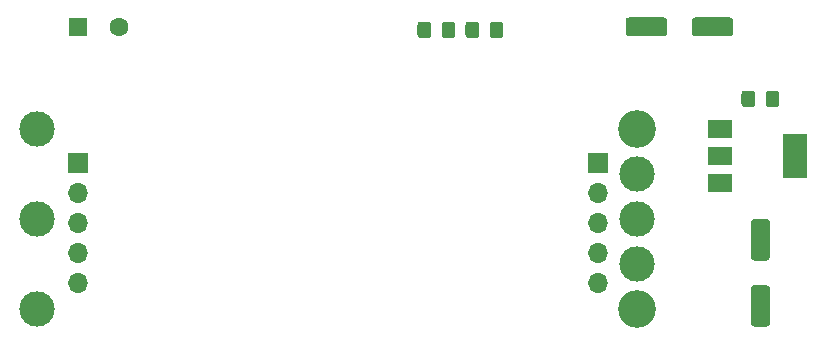
<source format=gbr>
%TF.GenerationSoftware,KiCad,Pcbnew,(5.1.12)-1*%
%TF.CreationDate,2022-03-31T08:39:47-05:00*%
%TF.ProjectId,Power_Board,506f7765-725f-4426-9f61-72642e6b6963,rev?*%
%TF.SameCoordinates,Original*%
%TF.FileFunction,Soldermask,Top*%
%TF.FilePolarity,Negative*%
%FSLAX46Y46*%
G04 Gerber Fmt 4.6, Leading zero omitted, Abs format (unit mm)*
G04 Created by KiCad (PCBNEW (5.1.12)-1) date 2022-03-31 08:39:47*
%MOMM*%
%LPD*%
G01*
G04 APERTURE LIST*
%ADD10R,2.000000X3.800000*%
%ADD11R,2.000000X1.500000*%
%ADD12C,3.000000*%
%ADD13C,3.200000*%
%ADD14R,1.600000X1.600000*%
%ADD15C,1.600000*%
%ADD16R,1.700000X1.700000*%
%ADD17O,1.700000X1.700000*%
G04 APERTURE END LIST*
%TO.C,C10*%
G36*
G01*
X178493000Y-81337999D02*
X178493000Y-82238001D01*
G75*
G02*
X178243001Y-82488000I-249999J0D01*
G01*
X177592999Y-82488000D01*
G75*
G02*
X177343000Y-82238001I0J249999D01*
G01*
X177343000Y-81337999D01*
G75*
G02*
X177592999Y-81088000I249999J0D01*
G01*
X178243001Y-81088000D01*
G75*
G02*
X178493000Y-81337999I0J-249999D01*
G01*
G37*
G36*
G01*
X180543000Y-81337999D02*
X180543000Y-82238001D01*
G75*
G02*
X180293001Y-82488000I-249999J0D01*
G01*
X179642999Y-82488000D01*
G75*
G02*
X179393000Y-82238001I0J249999D01*
G01*
X179393000Y-81337999D01*
G75*
G02*
X179642999Y-81088000I249999J0D01*
G01*
X180293001Y-81088000D01*
G75*
G02*
X180543000Y-81337999I0J-249999D01*
G01*
G37*
%TD*%
D10*
%TO.C,U4*%
X181839000Y-86614000D03*
D11*
X175539000Y-86614000D03*
X175539000Y-88914000D03*
X175539000Y-84314000D03*
%TD*%
D12*
%TO.C,U5*%
X117729000Y-84328000D03*
X117729000Y-91948000D03*
X117729000Y-99568000D03*
D13*
X168529000Y-99568000D03*
D12*
X168529000Y-95758000D03*
X168529000Y-91948000D03*
X168529000Y-88138000D03*
D13*
X168529000Y-84328000D03*
%TD*%
%TO.C,C9*%
G36*
G01*
X178393000Y-97570000D02*
X179493000Y-97570000D01*
G75*
G02*
X179743000Y-97820000I0J-250000D01*
G01*
X179743000Y-100820000D01*
G75*
G02*
X179493000Y-101070000I-250000J0D01*
G01*
X178393000Y-101070000D01*
G75*
G02*
X178143000Y-100820000I0J250000D01*
G01*
X178143000Y-97820000D01*
G75*
G02*
X178393000Y-97570000I250000J0D01*
G01*
G37*
G36*
G01*
X178393000Y-91970000D02*
X179493000Y-91970000D01*
G75*
G02*
X179743000Y-92220000I0J-250000D01*
G01*
X179743000Y-95220000D01*
G75*
G02*
X179493000Y-95470000I-250000J0D01*
G01*
X178393000Y-95470000D01*
G75*
G02*
X178143000Y-95220000I0J250000D01*
G01*
X178143000Y-92220000D01*
G75*
G02*
X178393000Y-91970000I250000J0D01*
G01*
G37*
%TD*%
D14*
%TO.C,C40*%
X121158000Y-75692000D03*
D15*
X124658000Y-75692000D03*
%TD*%
%TO.C,D7*%
G36*
G01*
X155125000Y-75495999D02*
X155125000Y-76396001D01*
G75*
G02*
X154875001Y-76646000I-249999J0D01*
G01*
X154224999Y-76646000D01*
G75*
G02*
X153975000Y-76396001I0J249999D01*
G01*
X153975000Y-75495999D01*
G75*
G02*
X154224999Y-75246000I249999J0D01*
G01*
X154875001Y-75246000D01*
G75*
G02*
X155125000Y-75495999I0J-249999D01*
G01*
G37*
G36*
G01*
X157175000Y-75495999D02*
X157175000Y-76396001D01*
G75*
G02*
X156925001Y-76646000I-249999J0D01*
G01*
X156274999Y-76646000D01*
G75*
G02*
X156025000Y-76396001I0J249999D01*
G01*
X156025000Y-75495999D01*
G75*
G02*
X156274999Y-75246000I249999J0D01*
G01*
X156925001Y-75246000D01*
G75*
G02*
X157175000Y-75495999I0J-249999D01*
G01*
G37*
%TD*%
%TO.C,R39*%
G36*
G01*
X151061000Y-75495999D02*
X151061000Y-76396001D01*
G75*
G02*
X150811001Y-76646000I-249999J0D01*
G01*
X150160999Y-76646000D01*
G75*
G02*
X149911000Y-76396001I0J249999D01*
G01*
X149911000Y-75495999D01*
G75*
G02*
X150160999Y-75246000I249999J0D01*
G01*
X150811001Y-75246000D01*
G75*
G02*
X151061000Y-75495999I0J-249999D01*
G01*
G37*
G36*
G01*
X153111000Y-75495999D02*
X153111000Y-76396001D01*
G75*
G02*
X152861001Y-76646000I-249999J0D01*
G01*
X152210999Y-76646000D01*
G75*
G02*
X151961000Y-76396001I0J249999D01*
G01*
X151961000Y-75495999D01*
G75*
G02*
X152210999Y-75246000I249999J0D01*
G01*
X152861001Y-75246000D01*
G75*
G02*
X153111000Y-75495999I0J-249999D01*
G01*
G37*
%TD*%
%TO.C,C8*%
G36*
G01*
X167535000Y-76242000D02*
X167535000Y-75142000D01*
G75*
G02*
X167785000Y-74892000I250000J0D01*
G01*
X170785000Y-74892000D01*
G75*
G02*
X171035000Y-75142000I0J-250000D01*
G01*
X171035000Y-76242000D01*
G75*
G02*
X170785000Y-76492000I-250000J0D01*
G01*
X167785000Y-76492000D01*
G75*
G02*
X167535000Y-76242000I0J250000D01*
G01*
G37*
G36*
G01*
X173135000Y-76242000D02*
X173135000Y-75142000D01*
G75*
G02*
X173385000Y-74892000I250000J0D01*
G01*
X176385000Y-74892000D01*
G75*
G02*
X176635000Y-75142000I0J-250000D01*
G01*
X176635000Y-76242000D01*
G75*
G02*
X176385000Y-76492000I-250000J0D01*
G01*
X173385000Y-76492000D01*
G75*
G02*
X173135000Y-76242000I0J250000D01*
G01*
G37*
%TD*%
D16*
%TO.C,J5*%
X121158000Y-87249000D03*
D17*
X121158000Y-89789000D03*
X121158000Y-92329000D03*
X121158000Y-94869000D03*
X121158000Y-97409000D03*
%TD*%
%TO.C,J10*%
X165227000Y-97409000D03*
X165227000Y-94869000D03*
X165227000Y-92329000D03*
X165227000Y-89789000D03*
D16*
X165227000Y-87249000D03*
%TD*%
M02*

</source>
